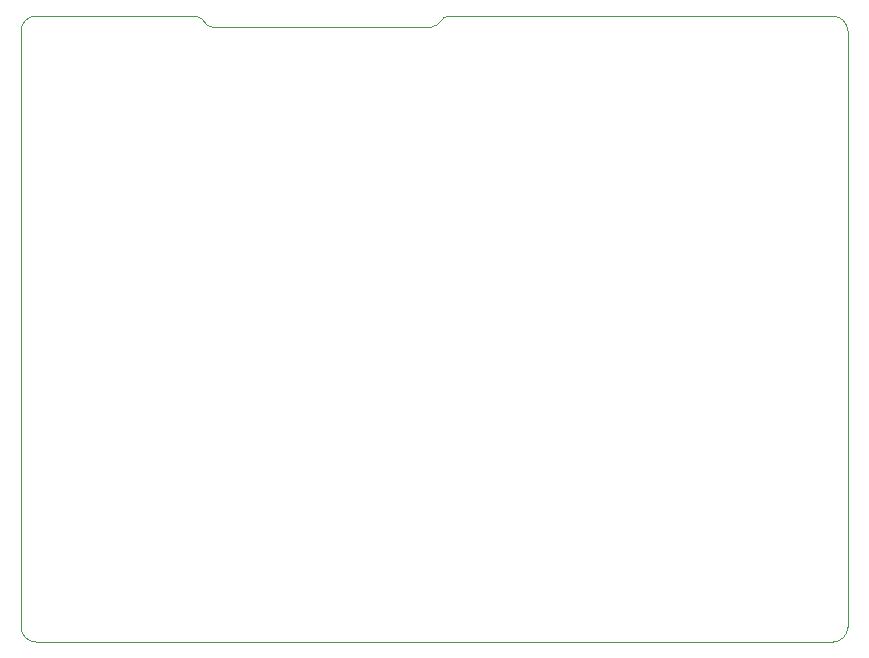
<source format=gbr>
%TF.GenerationSoftware,KiCad,Pcbnew,9.0.2-9.0.2-0~ubuntu24.04.1*%
%TF.CreationDate,2025-06-14T11:55:54-07:00*%
%TF.ProjectId,Pico-CAN,5069636f-2d43-4414-9e2e-6b696361645f,1.0*%
%TF.SameCoordinates,Original*%
%TF.FileFunction,Profile,NP*%
%FSLAX46Y46*%
G04 Gerber Fmt 4.6, Leading zero omitted, Abs format (unit mm)*
G04 Created by KiCad (PCBNEW 9.0.2-9.0.2-0~ubuntu24.04.1) date 2025-06-14 11:55:54*
%MOMM*%
%LPD*%
G01*
G04 APERTURE LIST*
%TA.AperFunction,Profile*%
%ADD10C,0.050000*%
%TD*%
G04 APERTURE END LIST*
D10*
X183219252Y-103191306D02*
X183785348Y-103770894D01*
X203131987Y-103776213D02*
X203722213Y-103185987D01*
X169270000Y-156000000D02*
G75*
G02*
X168000000Y-154730000I0J1270000D01*
G01*
X169270000Y-103000000D02*
X182764983Y-103000000D01*
X169270000Y-156000000D02*
X236730000Y-156000000D01*
X236730000Y-103000000D02*
G75*
G02*
X238000000Y-104270000I0J-1270000D01*
G01*
X168000000Y-104270000D02*
X168000000Y-154730000D01*
X168000000Y-104270000D02*
G75*
G02*
X169270000Y-103000000I1270000J0D01*
G01*
X238000000Y-104270000D02*
X238000000Y-154730000D01*
X203722213Y-103185987D02*
G75*
G02*
X204171226Y-103000018I448987J-449013D01*
G01*
X184239617Y-103962200D02*
X202682974Y-103962200D01*
X238000000Y-154730000D02*
G75*
G02*
X236730000Y-156000000I-1270000J0D01*
G01*
X182764983Y-103000000D02*
G75*
G02*
X183219239Y-103191318I17J-634900D01*
G01*
X204171226Y-103000000D02*
X236730000Y-103000000D01*
X184239617Y-103962200D02*
G75*
G02*
X183785361Y-103770882I-17J634900D01*
G01*
X203131987Y-103776213D02*
G75*
G02*
X202682974Y-103962182I-448987J449013D01*
G01*
M02*

</source>
